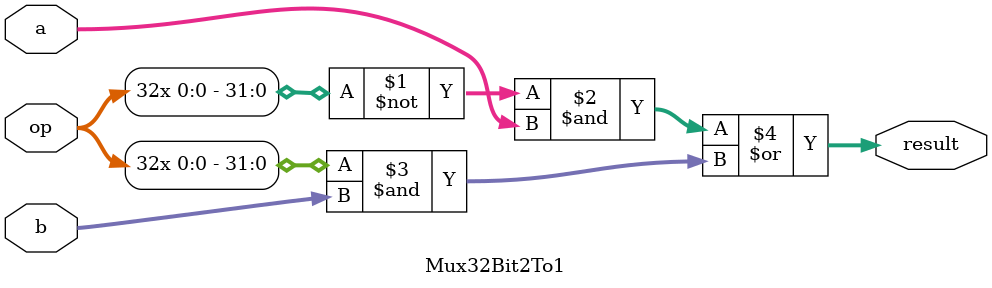
<source format=v>
module Mux32Bit2To1(a, b, op, result);
  input [31:0] a, b;
  input op;
  output [31:0] result;

  // Duplicate the op bit 32 times and use it as the mask.
  assign result = ~{32{op}} & a | {32{op}} & b;
endmodule

</source>
